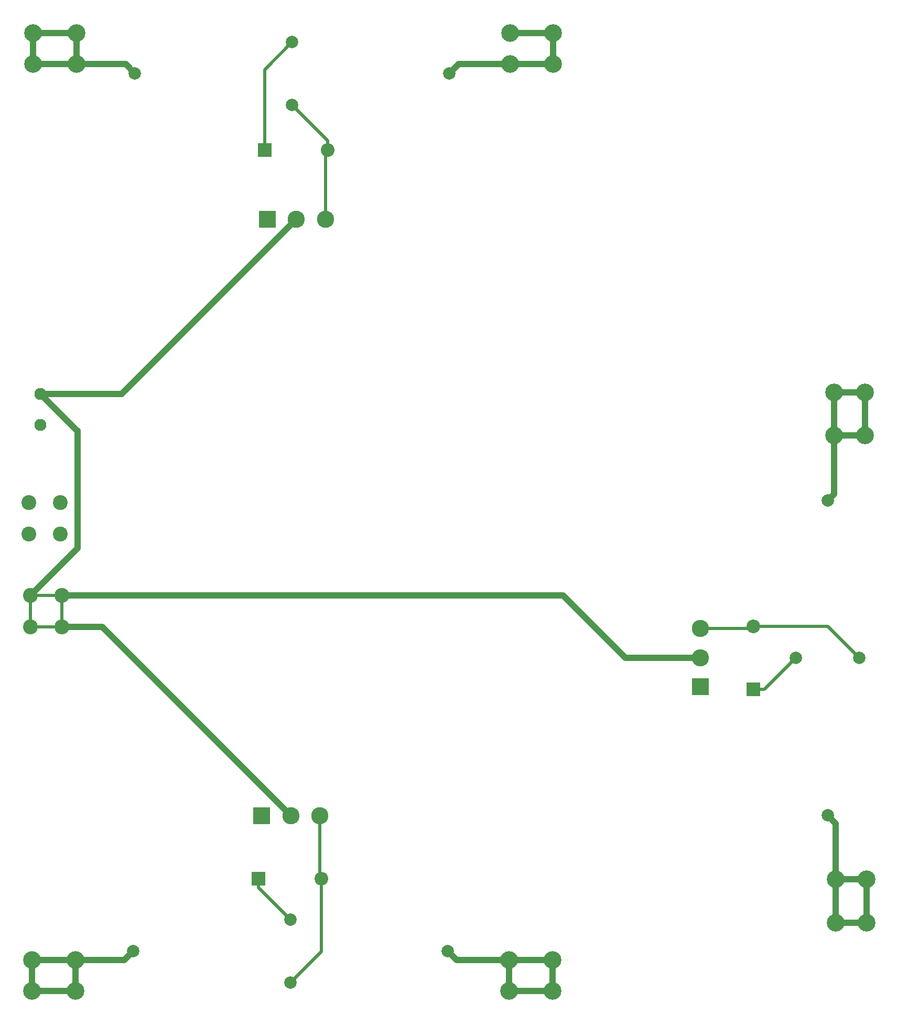
<source format=gbr>
G04 #@! TF.GenerationSoftware,KiCad,Pcbnew,9.0.5*
G04 #@! TF.CreationDate,2025-10-28T12:58:33-04:00*
G04 #@! TF.ProjectId,ReedRelay_Drive_V2,52656564-5265-46c6-9179-5f4472697665,rev?*
G04 #@! TF.SameCoordinates,Original*
G04 #@! TF.FileFunction,Copper,L1,Top*
G04 #@! TF.FilePolarity,Positive*
%FSLAX46Y46*%
G04 Gerber Fmt 4.6, Leading zero omitted, Abs format (unit mm)*
G04 Created by KiCad (PCBNEW 9.0.5) date 2025-10-28 12:58:33*
%MOMM*%
%LPD*%
G01*
G04 APERTURE LIST*
G04 #@! TA.AperFunction,ComponentPad*
%ADD10C,2.000000*%
G04 #@! TD*
G04 #@! TA.AperFunction,ComponentPad*
%ADD11R,2.775000X2.775000*%
G04 #@! TD*
G04 #@! TA.AperFunction,ComponentPad*
%ADD12C,2.775000*%
G04 #@! TD*
G04 #@! TA.AperFunction,ComponentPad*
%ADD13C,2.850000*%
G04 #@! TD*
G04 #@! TA.AperFunction,ComponentPad*
%ADD14R,2.200000X2.200000*%
G04 #@! TD*
G04 #@! TA.AperFunction,ComponentPad*
%ADD15O,2.200000X2.200000*%
G04 #@! TD*
G04 #@! TA.AperFunction,ComponentPad*
%ADD16C,1.950000*%
G04 #@! TD*
G04 #@! TA.AperFunction,ComponentPad*
%ADD17C,2.400000*%
G04 #@! TD*
G04 #@! TA.AperFunction,Conductor*
%ADD18C,1.000000*%
G04 #@! TD*
G04 #@! TA.AperFunction,Conductor*
%ADD19C,0.500000*%
G04 #@! TD*
G04 APERTURE END LIST*
D10*
X155500000Y-152200000D03*
X155500000Y-101400000D03*
X150400000Y-126800000D03*
X160600000Y-126800000D03*
D11*
X64995000Y-56000000D03*
D12*
X69695000Y-56000000D03*
X74395000Y-56000000D03*
D13*
X111200000Y-31000000D03*
X111200000Y-26000000D03*
X104190000Y-26000000D03*
X104190000Y-31000000D03*
D14*
X143525000Y-131905000D03*
D15*
X143525000Y-121745000D03*
D11*
X64110000Y-152290000D03*
D12*
X68810000Y-152290000D03*
X73510000Y-152290000D03*
D13*
X111065000Y-180540000D03*
X111065000Y-175540000D03*
X104055000Y-175540000D03*
X104055000Y-180540000D03*
D14*
X64565000Y-44825000D03*
D15*
X74725000Y-44825000D03*
D11*
X135000000Y-131500000D03*
D12*
X135000000Y-126800000D03*
X135000000Y-122100000D03*
D10*
X43335000Y-174115000D03*
X94135000Y-174115000D03*
X68735000Y-169015000D03*
X68735000Y-179215000D03*
D13*
X34065000Y-180540000D03*
X34065000Y-175540000D03*
X27055000Y-175540000D03*
X27055000Y-180540000D03*
D16*
X28399800Y-89177400D03*
X28399800Y-84177400D03*
D13*
X156825000Y-169550000D03*
X161825000Y-169550000D03*
X161825000Y-162540000D03*
X156825000Y-162540000D03*
X156525000Y-90935000D03*
X161525000Y-90935000D03*
X161525000Y-83925000D03*
X156525000Y-83925000D03*
D17*
X26499800Y-101727400D03*
X31599800Y-101727400D03*
X31599800Y-106827400D03*
X26499800Y-106827400D03*
D13*
X34200000Y-31000000D03*
X34200000Y-26000000D03*
X27190000Y-26000000D03*
X27190000Y-31000000D03*
D10*
X43645000Y-32500000D03*
X94445000Y-32500000D03*
X69045000Y-27400000D03*
X69045000Y-37600000D03*
D17*
X26749800Y-116727400D03*
X31849800Y-116727400D03*
X26749800Y-121827400D03*
X31849800Y-121827400D03*
D14*
X63605000Y-162415000D03*
D15*
X73765000Y-162415000D03*
D18*
X31849800Y-116727400D02*
X112747400Y-116727400D01*
X112747400Y-116727400D02*
X122820000Y-126800000D01*
X122820000Y-126800000D02*
X135000000Y-126800000D01*
D19*
X63605000Y-162415000D02*
X63605000Y-163885000D01*
X64565000Y-44825000D02*
X64565000Y-31880000D01*
X63605000Y-163885000D02*
X68735000Y-169015000D01*
X143525000Y-131905000D02*
X145295000Y-131905000D01*
X145295000Y-131905000D02*
X150400000Y-126800000D01*
X64565000Y-31880000D02*
X69045000Y-27400000D01*
D18*
X38347400Y-121827400D02*
X68810000Y-152290000D01*
D19*
X26749800Y-121827400D02*
X31849800Y-121827400D01*
D18*
X28399800Y-84177400D02*
X41517600Y-84177400D01*
X34345000Y-90105000D02*
X34345000Y-109132200D01*
X31849800Y-121827400D02*
X38347400Y-121827400D01*
D19*
X26749800Y-116727400D02*
X26749800Y-121827400D01*
D18*
X41517600Y-84177400D02*
X69695000Y-56000000D01*
X34345000Y-109132200D02*
X26749800Y-116727400D01*
D19*
X31849800Y-121827400D02*
X31849800Y-116727400D01*
D18*
X34327400Y-90105000D02*
X34345000Y-90105000D01*
D19*
X26749800Y-116727400D02*
X31849800Y-116727400D01*
D18*
X28399800Y-84177400D02*
X34327400Y-90105000D01*
D19*
X69045000Y-37600000D02*
X74725000Y-43280000D01*
X74725000Y-43280000D02*
X74725000Y-44825000D01*
X74395000Y-45155000D02*
X74725000Y-44825000D01*
X74395000Y-56000000D02*
X74395000Y-45155000D01*
X73510000Y-162160000D02*
X73765000Y-162415000D01*
X73510000Y-152290000D02*
X73510000Y-162160000D01*
X73765000Y-174185000D02*
X68735000Y-179215000D01*
X73765000Y-162415000D02*
X73765000Y-174185000D01*
X155545000Y-121745000D02*
X160600000Y-126800000D01*
X135000000Y-122100000D02*
X143170000Y-122100000D01*
X143170000Y-122100000D02*
X143525000Y-121745000D01*
X143525000Y-121745000D02*
X155545000Y-121745000D01*
D18*
X104190000Y-26000000D02*
X111200000Y-26000000D01*
X94445000Y-32500000D02*
X95945000Y-31000000D01*
X111200000Y-31000000D02*
X104190000Y-31000000D01*
X111200000Y-31000000D02*
X111200000Y-26000000D01*
X95945000Y-31000000D02*
X104190000Y-31000000D01*
X34200000Y-31000000D02*
X27190000Y-31000000D01*
X34200000Y-26000000D02*
X34200000Y-31000000D01*
X27190000Y-31000000D02*
X27190000Y-26000000D01*
X34200000Y-31000000D02*
X42145000Y-31000000D01*
X42145000Y-31000000D02*
X43645000Y-32500000D01*
X27190000Y-26000000D02*
X26548000Y-25358000D01*
X27190000Y-26000000D02*
X34200000Y-26000000D01*
X95560000Y-175540000D02*
X104055000Y-175540000D01*
X104055000Y-175540000D02*
X104055000Y-180540000D01*
X104055000Y-180540000D02*
X111065000Y-180540000D01*
X104055000Y-175540000D02*
X111065000Y-175540000D01*
X111065000Y-180540000D02*
X111065000Y-175540000D01*
X94135000Y-174115000D02*
X95560000Y-175540000D01*
X27055000Y-180540000D02*
X27055000Y-175540000D01*
X27055000Y-175540000D02*
X34065000Y-175540000D01*
X27055000Y-180540000D02*
X34065000Y-180540000D01*
X41910000Y-175540000D02*
X43335000Y-174115000D01*
X34065000Y-180540000D02*
X34065000Y-175540000D01*
X34065000Y-175540000D02*
X41910000Y-175540000D01*
X161525000Y-90935000D02*
X161525000Y-83925000D01*
X156525000Y-90935000D02*
X161525000Y-90935000D01*
X156525000Y-83925000D02*
X161525000Y-83925000D01*
X156525000Y-100375000D02*
X155500000Y-101400000D01*
X156525000Y-83925000D02*
X156525000Y-90935000D01*
X156525000Y-90935000D02*
X156525000Y-100375000D01*
X161825000Y-162540000D02*
X161825000Y-169550000D01*
X156825000Y-162540000D02*
X161825000Y-162540000D01*
X161825000Y-169550000D02*
X156825000Y-169550000D01*
X156825000Y-153525000D02*
X156825000Y-162540000D01*
X155500000Y-152200000D02*
X156825000Y-153525000D01*
X156825000Y-162540000D02*
X156825000Y-169550000D01*
M02*

</source>
